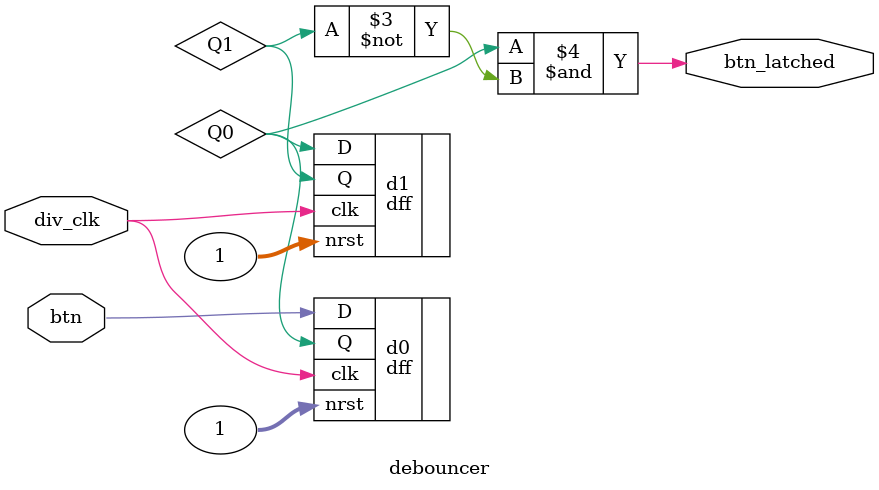
<source format=sv>
module debouncer
(
  input div_clk,
  input btn,
  output logic btn_latched
);

wire Q0, Q1;
dff d0 (.clk(div_clk), .D(btn), .Q(Q0), .nrst(1));
dff d1 (.clk(div_clk), .D(Q0), .Q(Q1), .nrst(1));

assign btn_latched = Q0 & ~Q1;

endmodule

</source>
